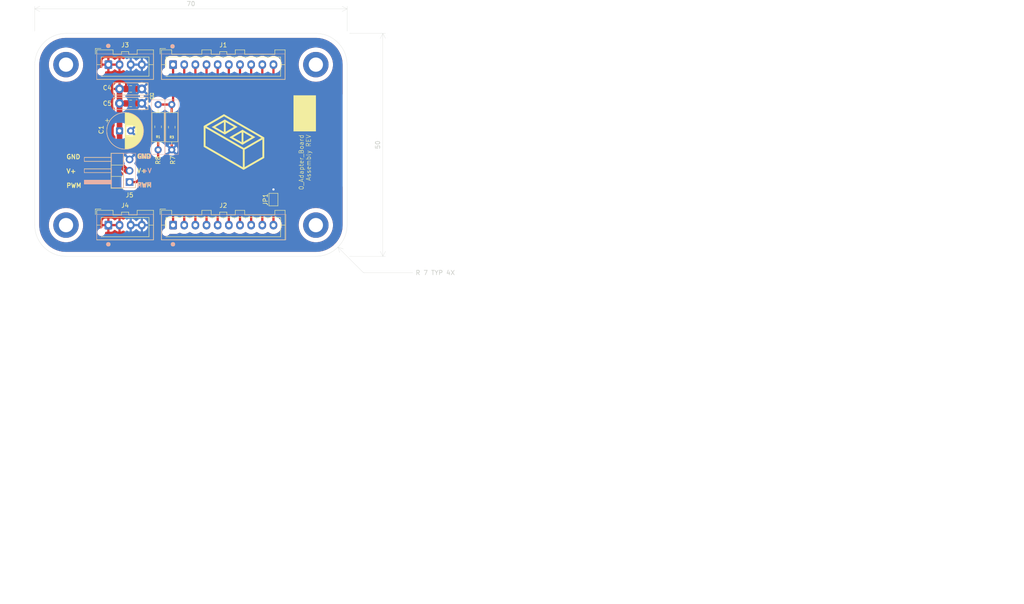
<source format=kicad_pcb>
(kicad_pcb (version 20241229) (generator "pcbnew") (generator_version "9.0")
  (title_block (title "Distribution Layer Adapter Board PCBA") (date "2025-12-24") (rev "0.1") (company "  basically"))
  (layers (0 "F.Cu" signal) (2 "B.Cu" signal) (13 "F.Paste" user) (15 "B.Paste" user) (5 "F.SilkS" user "F.Silkscreen") (7 "B.SilkS" user "B.Silkscreen") (1 "F.Mask" user) (3 "B.Mask" user) (25 "Edge.Cuts" user))
  (net 0 "")
  (net 1 "Net-(J1-Pin_7)")
  (net 2 "Net-(J1-Pin_6)")
  (net 3 "Net-(J1-Pin_10)")
  (net 4 "Net-(J1-Pin_8)")
  (net 5 "Net-(J1-Pin_4)")
  (net 6 "Net-(J1-Pin_2)")
  (net 7 "/PWM_Signal")
  (net 8 "Net-(J1-Pin_5)")
  (net 9 "Net-(J1-Pin_9)")
  (net 10 "Net-(J1-Pin_3)")
  (net 11 "Net-(J2-Pin_10)")
  (net 12 "+5V")
  (net 13 "GND")
  (net 14 "/Pin1_J5")
  (footprint "MountingHole:MountingHole_3.2mm_M3_ISO7380_Pad" (layer "F.Cu") (at 67 93)
    (property "Reference" "M1" (hide yes))
    (property "Value" "MountingHole_3.2mm_M3_ISO7380_Pad")
    (pad "1" thru_hole circle (at 0 0) (size 5.7 5.7) (drill 3.2) (layers "*.Cu" "*.Mask"))
  )
  (footprint "Connector_JST:JST_XA_B04B-XASK-1-A_1x04_P2.50mm_Vertical" (layer "F.Cu") (at 76.5 93)
    (property "Reference" "J4" (at 3.75 -4.4 0) (layer "F.SilkS"))
    (property "Value" "Conn_01x04")
    (fp_line (start -2.91 -3.61) (end -2.91 -2.36) (stroke (width 0.12)) (layer "F.SilkS"))
    (fp_line (start -2.61 -3.31) (end -2.61 3.31) (stroke (width 0.12)) (layer "F.SilkS"))
    (fp_line (start -2.61 0) (end -1.6 0) (stroke (width 0.12)) (layer "F.SilkS"))
    (fp_line (start -2.61 3.31) (end 10.11 3.31) (stroke (width 0.12)) (layer "F.SilkS"))
    (fp_line (start -1.66 -3.61) (end -2.91 -3.61) (stroke (width 0.12)) (layer "F.SilkS"))
    (fp_line (start -1.6 -1.7) (end 9.1 -1.7) (stroke (width 0.12)) (layer "F.SilkS"))
    (fp_line (start -1.6 0.6) (end -1.6 -1.7) (stroke (width 0.12)) (layer "F.SilkS"))
    (fp_line (start 1.05 -3.31) (end -2.61 -3.31) (stroke (width 0.12)) (layer "F.SilkS"))
    (fp_line (start 1.05 -2.31) (end 1.05 -3.31) (stroke (width 0.12)) (layer "F.SilkS"))
    (fp_line (start 2.95 -2.91) (end 2.95 -2.31) (stroke (width 0.12)) (layer "F.SilkS"))
    (fp_line (start 2.95 -2.31) (end 1.05 -2.31) (stroke (width 0.12)) (layer "F.SilkS"))
    (fp_line (start 4.55 -2.91) (end 2.95 -2.91) (stroke (width 0.12)) (layer "F.SilkS"))
    (fp_line (start 4.55 -2.31) (end 4.55 -2.91) (stroke (width 0.12)) (layer "F.SilkS"))
    (fp_line (start 6.45 -3.31) (end 6.45 -2.31) (stroke (width 0.12)) (layer "F.SilkS"))
    (fp_line (start 6.45 -2.31) (end 4.55 -2.31) (stroke (width 0.12)) (layer "F.SilkS"))
    (fp_line (start 9.1 -1.7) (end 9.1 2.6) (stroke (width 0.12)) (layer "F.SilkS"))
    (fp_line (start 9.1 2.6) (end -1.6 2.6) (stroke (width 0.12)) (layer "F.SilkS"))
    (fp_line (start 10.11 -3.31) (end 6.45 -3.31) (stroke (width 0.12)) (layer "F.SilkS"))
    (fp_line (start 10.11 0) (end 9.1 0) (stroke (width 0.12)) (layer "F.SilkS"))
    (fp_line (start 10.11 3.31) (end 10.11 -3.31) (stroke (width 0.12)) (layer "F.SilkS"))
    (pad "" np_thru_hole circle (at -1.6 1.6) (size 1.25 1.25) (drill 1.25) (layers "*.Cu" "*.Mask"))
    (pad "1" thru_hole roundrect (at 0 0) (size 1.7 1.95) (drill 0.95) (layers "*.Cu" "*.Mask") (roundrect_rratio 0.147059) (net 12 "+5V"))
    (pad "2" thru_hole oval (at 2.5 0) (size 1.7 1.95) (drill 0.95) (layers "*.Cu" "*.Mask") (net 12 "+5V"))
    (pad "3" thru_hole oval (at 5 0) (size 1.7 1.95) (drill 0.95) (layers "*.Cu" "*.Mask") (net 13 "GND"))
    (pad "4" thru_hole oval (at 7.5 0) (size 1.7 1.95) (drill 0.95) (layers "*.Cu" "*.Mask") (net 13 "GND"))
  )
  (footprint "Resistor_SMD:R_0805_2012Metric_Pad1.20x1.40mm_HandSolder" (layer "F.Cu") (at 90.7 71.03 -90)
    (property "Reference" "R3" (at 2.25 0 0) (layer "F.SilkS") (effects (font (size 0.5 0.5))))
    (property "Value" "10k")
    (fp_line (start -0.227064 0.735) (end 0.227064 0.735) (stroke (width 0.12)) (layer "F.SilkS"))
    (fp_line (start -0.227064 -0.735) (end 0.227064 -0.735) (stroke (width 0.12)) (layer "F.SilkS"))
    (pad "1" smd roundrect (at -1 0 270) (size 1.2 1.4) (layers "F.Cu" "F.Mask" "F.Paste") (roundrect_rratio 0.208333) (net 7 "/PWM_Signal"))
    (pad "2" smd roundrect (at 1 0 270) (size 1.2 1.4) (layers "F.Cu" "F.Mask" "F.Paste") (roundrect_rratio 0.208333) (net 13 "GND"))
  )
  (footprint "Capacitor_THT:C_Disc_D7.5mm_W2.5mm_P5.00mm" (layer "F.Cu") (at 79 62.45)
    (property "Reference" "C4" (at -2.75 -0.25 0) (layer "F.SilkS"))
    (property "Value" "0.1uF")
    (fp_line (start -1.37 -1.37) (end 6.37 -1.37) (stroke (width 0.12)) (layer "F.SilkS"))
    (fp_line (start -1.37 1.37) (end -1.37 -1.37) (stroke (width 0.12)) (layer "F.SilkS"))
    (fp_line (start 6.37 -1.37) (end 6.37 1.37) (stroke (width 0.12)) (layer "F.SilkS"))
    (fp_line (start 6.37 1.37) (end -1.37 1.37) (stroke (width 0.12)) (layer "F.SilkS"))
    (pad "1" thru_hole circle (at 0 0) (size 2 2) (drill 1) (layers "*.Cu" "*.Mask") (net 12 "+5V"))
    (pad "2" thru_hole circle (at 5 0) (size 2 2) (drill 1) (layers "*.Cu" "*.Mask") (net 13 "GND"))
  )
  (footprint "MountingHole:MountingHole_3.2mm_M3_ISO7380_Pad" (layer "F.Cu") (at 67 57)
    (property "Reference" "M1" (hide yes))
    (property "Value" "MountingHole_3.2mm_M3_ISO7380_Pad")
    (pad "1" thru_hole circle (at 0 0) (size 5.7 5.7) (drill 3.2) (layers "*.Cu" "*.Mask"))
  )
  (footprint "Capacitor_THT:CP_Radial_D8.0mm_P2.50mm" (layer "F.Cu") (at 78.997349 71.85)
    (property "Reference" "C1" (at -4.097349 -0.25 90) (layer "F.SilkS"))
    (property "Value" "Filter Cap")
    (fp_line (start -3.159698 -2.315) (end -2.359698 -2.315) (stroke (width 0.12)) (layer "F.SilkS"))
    (fp_line (start -2.759698 -2.715) (end -2.759698 -1.915) (stroke (width 0.12)) (layer "F.SilkS"))
    (fp_line (start 1.25 -4.08) (end 1.25 4.08) (stroke (width 0.12)) (layer "F.SilkS"))
    (fp_line (start 1.29 -4.08) (end 1.29 4.08) (stroke (width 0.12)) (layer "F.SilkS"))
    (fp_line (start 1.33 -4.079) (end 1.33 4.079) (stroke (width 0.12)) (layer "F.SilkS"))
    (fp_line (start 1.37 -4.078) (end 1.37 4.078) (stroke (width 0.12)) (layer "F.SilkS"))
    (fp_line (start 1.41 -4.077) (end 1.41 4.077) (stroke (width 0.12)) (layer "F.SilkS"))
    (fp_line (start 1.45 -4.075) (end 1.45 4.075) (stroke (width 0.12)) (layer "F.SilkS"))
    (fp_line (start 1.49 -4.073) (end 1.49 -1.04) (stroke (width 0.12)) (layer "F.SilkS"))
    (fp_line (start 1.49 1.04) (end 1.49 4.073) (stroke (width 0.12)) (layer "F.SilkS"))
    (fp_line (start 1.53 -4.07) (end 1.53 -1.04) (stroke (width 0.12)) (layer "F.SilkS"))
    (fp_line (start 1.53 1.04) (end 1.53 4.07) (stroke (width 0.12)) (layer "F.SilkS"))
    (fp_line (start 1.57 -4.068) (end 1.57 -1.04) (stroke (width 0.12)) (layer "F.SilkS"))
    (fp_line (start 1.57 1.04) (end 1.57 4.068) (stroke (width 0.12)) (layer "F.SilkS"))
    (fp_line (start 1.61 -4.064) (end 1.61 -1.04) (stroke (width 0.12)) (layer "F.SilkS"))
    (fp_line (start 1.61 1.04) (end 1.61 4.064) (stroke (width 0.12)) (layer "F.SilkS"))
    (fp_line (start 1.65 -4.061) (end 1.65 -1.04) (stroke (width 0.12)) (layer "F.SilkS"))
    (fp_line (start 1.65 1.04) (end 1.65 4.061) (stroke (width 0.12)) (layer "F.SilkS"))
    (fp_line (start 1.69 -4.056) (end 1.69 -1.04) (stroke (width 0.12)) (layer "F.SilkS"))
    (fp_line (start 1.69 1.04) (end 1.69 4.056) (stroke (width 0.12)) (layer "F.SilkS"))
    (fp_line (start 1.73 -4.052) (end 1.73 -1.04) (stroke (width 0.12)) (layer "F.SilkS"))
    (fp_line (start 1.73 1.04) (end 1.73 4.052) (stroke (width 0.12)) (layer "F.SilkS"))
    (fp_line (start 1.77 -4.047) (end 1.77 -1.04) (stroke (width 0.12)) (layer "F.SilkS"))
    (fp_line (start 1.77 1.04) (end 1.77 4.047) (stroke (width 0.12)) (layer "F.SilkS"))
    (fp_line (start 1.81 -4.042) (end 1.81 -1.04) (stroke (width 0.12)) (layer "F.SilkS"))
    (fp_line (start 1.81 1.04) (end 1.81 4.042) (stroke (width 0.12)) (layer "F.SilkS"))
    (fp_line (start 1.85 -4.036) (end 1.85 -1.04) (stroke (width 0.12)) (layer "F.SilkS"))
    (fp_line (start 1.85 1.04) (end 1.85 4.036) (stroke (width 0.12)) (layer "F.SilkS"))
    (fp_line (start 1.89 -4.03) (end 1.89 -1.04) (stroke (width 0.12)) (layer "F.SilkS"))
    (fp_line (start 1.89 1.04) (end 1.89 4.03) (stroke (width 0.12)) (layer "F.SilkS"))
    (fp_line (start 1.93 -4.023) (end 1.93 -1.04) (stroke (width 0.12)) (layer "F.SilkS"))
    (fp_line (start 1.93 1.04) (end 1.93 4.023) (stroke (width 0.12)) (layer "F.SilkS"))
    (fp_line (start 1.97 -4.017) (end 1.97 -1.04) (stroke (width 0.12)) (layer "F.SilkS"))
    (fp_line (start 1.97 1.04) (end 1.97 4.017) (stroke (width 0.12)) (layer "F.SilkS"))
    (fp_line (start 2.01 -4.009) (end 2.01 -1.04) (stroke (width 0.12)) (layer "F.SilkS"))
    (fp_line (start 2.01 1.04) (end 2.01 4.009) (stroke (width 0.12)) (layer "F.SilkS"))
    (fp_line (start 2.05 -4.002) (end 2.05 -1.04) (stroke (width 0.12)) (layer "F.SilkS"))
    (fp_line (start 2.05 1.04) (end 2.05 4.002) (stroke (width 0.12)) (layer "F.SilkS"))
    (fp_line (start 2.09 -3.993) (end 2.09 -1.04) (stroke (width 0.12)) (layer "F.SilkS"))
    (fp_line (start 2.09 1.04) (end 2.09 3.993) (stroke (width 0.12)) (layer "F.SilkS"))
    (fp_line (start 2.13 -3.985) (end 2.13 -1.04) (stroke (width 0.12)) (layer "F.SilkS"))
    (fp_line (start 2.13 1.04) (end 2.13 3.985) (stroke (width 0.12)) (layer "F.SilkS"))
    (fp_line (start 2.17 -3.976) (end 2.17 -1.04) (stroke (width 0.12)) (layer "F.SilkS"))
    (fp_line (start 2.17 1.04) (end 2.17 3.976) (stroke (width 0.12)) (layer "F.SilkS"))
    (fp_line (start 2.21 -3.967) (end 2.21 -1.04) (stroke (width 0.12)) (layer "F.SilkS"))
    (fp_line (start 2.21 1.04) (end 2.21 3.967) (stroke (width 0.12)) (layer "F.SilkS"))
    (fp_line (start 2.25 -3.957) (end 2.25 -1.04) (stroke (width 0.12)) (layer "F.SilkS"))
    (fp_line (start 2.25 1.04) (end 2.25 3.957) (stroke (width 0.12)) (layer "F.SilkS"))
    (fp_line (start 2.29 -3.947) (end 2.29 -1.04) (stroke (width 0.12)) (layer "F.SilkS"))
    (fp_line (start 2.29 1.04) (end 2.29 3.947) (stroke (width 0.12)) (layer "F.SilkS"))
    (fp_line (start 2.33 -3.936) (end 2.33 -1.04) (stroke (width 0.12)) (layer "F.SilkS"))
    (fp_line (start 2.33 1.04) (end 2.33 3.936) (stroke (width 0.12)) (layer "F.SilkS"))
    (fp_line (start 2.37 -3.925) (end 2.37 -1.04) (stroke (width 0.12)) (layer "F.SilkS"))
    (fp_line (start 2.37 1.04) (end 2.37 3.925) (stroke (width 0.12)) (layer "F.SilkS"))
    (fp_line (start 2.41 -3.913) (end 2.41 -1.04) (stroke (width 0.12)) (layer "F.SilkS"))
    (fp_line (start 2.41 1.04) (end 2.41 3.913) (stroke (width 0.12)) (layer "F.SilkS"))
    (fp_line (start 2.45 -3.901) (end 2.45 -1.04) (stroke (width 0.12)) (layer "F.SilkS"))
    (fp_line (start 2.45 1.04) (end 2.45 3.901) (stroke (width 0.12)) (layer "F.SilkS"))
    (fp_line (start 2.49 -3.889) (end 2.49 -1.04) (stroke (width 0.12)) (layer "F.SilkS"))
    (fp_line (start 2.49 1.04) (end 2.49 3.889) (stroke (width 0.12)) (layer "F.SilkS"))
    (fp_line (start 2.53 -3.876) (end 2.53 -1.04) (stroke (width 0.12)) (layer "F.SilkS"))
    (fp_line (start 2.53 1.04) (end 2.53 3.876) (stroke (width 0.12)) (layer "F.SilkS"))
    (fp_line (start 2.57 -3.863) (end 2.57 -1.04) (stroke (width 0.12)) (layer "F.SilkS"))
    (fp_line (start 2.57 1.04) (end 2.57 3.863) (stroke (width 0.12)) (layer "F.SilkS"))
    (fp_line (start 2.61 -3.849) (end 2.61 -1.04) (stroke (width 0.12)) (layer "F.SilkS"))
    (fp_line (start 2.61 1.04) (end 2.61 3.849) (stroke (width 0.12)) (layer "F.SilkS"))
    (fp_line (start 2.65 -3.835) (end 2.65 -1.04) (stroke (width 0.12)) (layer "F.SilkS"))
    (fp_line (start 2.65 1.04) (end 2.65 3.835) (stroke (width 0.12)) (layer "F.SilkS"))
    (fp_line (start 2.69 -3.82) (end 2.69 -1.04) (stroke (width 0.12)) (layer "F.SilkS"))
    (fp_line (start 2.69 1.04) (end 2.69 3.82) (stroke (width 0.12)) (layer "F.SilkS"))
    (fp_line (start 2.73 -3.805) (end 2.73 -1.04) (stroke (width 0.12)) (layer "F.SilkS"))
    (fp_line (start 2.73 1.04) (end 2.73 3.805) (stroke (width 0.12)) (layer "F.SilkS"))
    (fp_line (start 2.77 -3.789) (end 2.77 -1.04) (stroke (width 0.12)) (layer "F.SilkS"))
    (fp_line (start 2.77 1.04) (end 2.77 3.789) (stroke (width 0.12)) (layer "F.SilkS"))
    (fp_line (start 2.81 -3.773) (end 2.81 -1.04) (stroke (width 0.12)) (layer "F.SilkS"))
    (fp_line (start 2.81 1.04) (end 2.81 3.773) (stroke (width 0.12)) (layer "F.SilkS"))
    (fp_line (start 2.85 -3.757) (end 2.85 -1.04) (stroke (width 0.12)) (layer "F.SilkS"))
    (fp_line (start 2.85 1.04) (end 2.85 3.757) (stroke (width 0.12)) (layer "F.SilkS"))
    (fp_line (start 2.89 -3.74) (end 2.89 -1.04) (stroke (width 0.12)) (layer "F.SilkS"))
    (fp_line (start 2.89 1.04) (end 2.89 3.74) (stroke (width 0.12)) (layer "F.SilkS"))
    (fp_line (start 2.93 -3.722) (end 2.93 -1.04) (stroke (width 0.12)) (layer "F.SilkS"))
    (fp_line (start 2.93 1.04) (end 2.93 3.722) (stroke (width 0.12)) (layer "F.SilkS"))
    (fp_line (start 2.97 -3.704) (end 2.97 -1.04) (stroke (width 0.12)) (layer "F.SilkS"))
    (fp_line (start 2.97 1.04) (end 2.97 3.704) (stroke (width 0.12)) (layer "F.SilkS"))
    (fp_line (start 3.01 -3.685) (end 3.01 -1.04) (stroke (width 0.12)) (layer "F.SilkS"))
    (fp_line (start 3.01 1.04) (end 3.01 3.685) (stroke (width 0.12)) (layer "F.SilkS"))
    (fp_line (start 3.05 -3.666) (end 3.05 -1.04) (stroke (width 0.12)) (layer "F.SilkS"))
    (fp_line (start 3.05 1.04) (end 3.05 3.666) (stroke (width 0.12)) (layer "F.SilkS"))
    (fp_line (start 3.09 -3.646) (end 3.09 -1.04) (stroke (width 0.12)) (layer "F.SilkS"))
    (fp_line (start 3.09 1.04) (end 3.09 3.646) (stroke (width 0.12)) (layer "F.SilkS"))
    (fp_line (start 3.13 -3.626) (end 3.13 -1.04) (stroke (width 0.12)) (layer "F.SilkS"))
    (fp_line (start 3.13 1.04) (end 3.13 3.626) (stroke (width 0.12)) (layer "F.SilkS"))
    (fp_line (start 3.17 -3.605) (end 3.17 -1.04) (stroke (width 0.12)) (layer "F.SilkS"))
    (fp_line (start 3.17 1.04) (end 3.17 3.605) (stroke (width 0.12)) (layer "F.SilkS"))
    (fp_line (start 3.21 -3.584) (end 3.21 -1.04) (stroke (width 0.12)) (layer "F.SilkS"))
    (fp_line (start 3.21 1.04) (end 3.21 3.584) (stroke (width 0.12)) (layer "F.SilkS"))
    (fp_line (start 3.25 -3.562) (end 3.25 -1.04) (stroke (width 0.12)) (layer "F.SilkS"))
    (fp_line (start 3.25 1.04) (end 3.25 3.562) (stroke (width 0.12)) (layer "F.SilkS"))
    (fp_line (start 3.29 -3.539) (end 3.29 -1.04) (stroke (width 0.12)) (layer "F.SilkS"))
    (fp_line (start 3.29 1.04) (end 3.29 3.539) (stroke (width 0.12)) (layer "F.SilkS"))
    (fp_line (start 3.33 -3.516) (end 3.33 -1.04) (stroke (width 0.12)) (layer "F.SilkS"))
    (fp_line (start 3.33 1.04) (end 3.33 3.516) (stroke (width 0.12)) (layer "F.SilkS"))
    (fp_line (start 3.37 -3.493) (end 3.37 -1.04) (stroke (width 0.12)) (layer "F.SilkS"))
    (fp_line (start 3.37 1.04) (end 3.37 3.493) (stroke (width 0.12)) (layer "F.SilkS"))
    (fp_line (start 3.41 -3.468) (end 3.41 -1.04) (stroke (width 0.12)) (layer "F.SilkS"))
    (fp_line (start 3.41 1.04) (end 3.41 3.468) (stroke (width 0.12)) (layer "F.SilkS"))
    (fp_line (start 3.45 -3.443) (end 3.45 -1.04) (stroke (width 0.12)) (layer "F.SilkS"))
    (fp_line (start 3.45 1.04) (end 3.45 3.443) (stroke (width 0.12)) (layer "F.SilkS"))
    (fp_line (start 3.49 -3.418) (end 3.49 -1.04) (stroke (width 0.12)) (layer "F.SilkS"))
    (fp_line (start 3.49 1.04) (end 3.49 3.418) (stroke (width 0.12)) (layer "F.SilkS"))
    (fp_line (start 3.53 -3.392) (end 3.53 -1.04) (stroke (width 0.12)) (layer "F.SilkS"))
    (fp_line (start 3.53 1.04) (end 3.53 3.392) (stroke (width 0.12)) (layer "F.SilkS"))
    (fp_line (start 3.57 -3.365) (end 3.57 3.365) (stroke (width 0.12)) (layer "F.SilkS"))
    (fp_line (start 3.61 -3.337) (end 3.61 3.337) (stroke (width 0.12)) (layer "F.SilkS"))
    (fp_line (start 3.65 -3.309) (end 3.65 3.309) (stroke (width 0.12)) (layer "F.SilkS"))
    (fp_line (start 3.69 -3.28) (end 3.69 3.28) (stroke (width 0.12)) (layer "F.SilkS"))
    (fp_line (start 3.73 -3.25) (end 3.73 3.25) (stroke (width 0.12)) (layer "F.SilkS"))
    (fp_line (start 3.77 -3.219) (end 3.77 3.219) (stroke (width 0.12)) (layer "F.SilkS"))
    (fp_line (start 3.81 -3.188) (end 3.81 3.188) (stroke (width 0.12)) (layer "F.SilkS"))
    (fp_line (start 3.85 -3.156) (end 3.85 3.156) (stroke (width 0.12)) (layer "F.SilkS"))
    (fp_line (start 3.89 -3.123) (end 3.89 3.123) (stroke (width 0.12)) (layer "F.SilkS"))
    (fp_line (start 3.93 -3.089) (end 3.93 3.089) (stroke (width 0.12)) (layer "F.SilkS"))
    (fp_line (start 3.97 -3.055) (end 3.97 3.055) (stroke (width 0.12)) (layer "F.SilkS"))
    (fp_line (start 4.01 -3.019) (end 4.01 3.019) (stroke (width 0.12)) (layer "F.SilkS"))
    (fp_line (start 4.05 -2.982) (end 4.05 2.982) (stroke (width 0.12)) (layer "F.SilkS"))
    (fp_line (start 4.09 -2.945) (end 4.09 2.945) (stroke (width 0.12)) (layer "F.SilkS"))
    (fp_line (start 4.13 -2.906) (end 4.13 2.906) (stroke (width 0.12)) (layer "F.SilkS"))
    (fp_line (start 4.17 -2.867) (end 4.17 2.867) (stroke (width 0.12)) (layer "F.SilkS"))
    (fp_line (start 4.21 -2.826) (end 4.21 2.826) (stroke (width 0.12)) (layer "F.SilkS"))
    (fp_line (start 4.25 -2.784) (end 4.25 2.784) (stroke (width 0.12)) (layer "F.SilkS"))
    (fp_line (start 4.29 -2.741) (end 4.29 2.741) (stroke (width 0.12)) (layer "F.SilkS"))
    (fp_line (start 4.33 -2.696) (end 4.33 2.696) (stroke (width 0.12)) (layer "F.SilkS"))
    (fp_line (start 4.37 -2.651) (end 4.37 2.651) (stroke (width 0.12)) (layer "F.SilkS"))
    (fp_line (start 4.41 -2.604) (end 4.41 2.604) (stroke (width 0.12)) (layer "F.SilkS"))
    (fp_line (start 4.45 -2.555) (end 4.45 2.555) (stroke (width 0.12)) (layer "F.SilkS"))
    (fp_line (start 4.49 -2.505) (end 4.49 2.505) (stroke (width 0.12)) (layer "F.SilkS"))
    (fp_line (start 4.53 -2.453) (end 4.53 2.453) (stroke (width 0.12)) (layer "F.SilkS"))
    (fp_line (start 4.57 -2.4) (end 4.57 2.4) (stroke (width 0.12)) (layer "F.SilkS"))
    (fp_line (start 4.61 -2.344) (end 4.61 2.344) (stroke (width 0.12)) (layer "F.SilkS"))
    (fp_line (start 4.65 -2.287) (end 4.65 2.287) (stroke (width 0.12)) (layer "F.SilkS"))
    (fp_line (start 4.69 -2.227) (end 4.69 2.227) (stroke (width 0.12)) (layer "F.SilkS"))
    (fp_line (start 4.73 -2.165) (end 4.73 2.165) (stroke (width 0.12)) (layer "F.SilkS"))
    (fp_line (start 4.77 -2.101) (end 4.77 2.101) (stroke (width 0.12)) (layer "F.SilkS"))
    (fp_line (start 4.81 -2.034) (end 4.81 2.034) (stroke (width 0.12)) (layer "F.SilkS"))
    (fp_line (start 4.85 -1.964) (end 4.85 1.964) (stroke (width 0.12)) (layer "F.SilkS"))
    (fp_line (start 4.89 -1.89) (end 4.89 1.89) (stroke (width 0.12)) (layer "F.SilkS"))
    (fp_line (start 4.93 -1.813) (end 4.93 1.813) (stroke (width 0.12)) (layer "F.SilkS"))
    (fp_line (start 4.97 -1.731) (end 4.97 1.731) (stroke (width 0.12)) (layer "F.SilkS"))
    (fp_line (start 5.01 -1.644) (end 5.01 1.644) (stroke (width 0.12)) (layer "F.SilkS"))
    (fp_line (start 5.05 -1.552) (end 5.05 1.552) (stroke (width 0.12)) (layer "F.SilkS"))
    (fp_line (start 5.09 -1.453) (end 5.09 1.453) (stroke (width 0.12)) (layer "F.SilkS"))
    (fp_line (start 5.13 -1.346) (end 5.13 1.346) (stroke (width 0.12)) (layer "F.SilkS"))
    (fp_line (start 5.17 -1.228) (end 5.17 1.228) (stroke (width 0.12)) (layer "F.SilkS"))
    (fp_line (start 5.21 -1.097) (end 5.21 1.097) (stroke (width 0.12)) (layer "F.SilkS"))
    (fp_line (start 5.25 -0.947) (end 5.25 0.947) (stroke (width 0.12)) (layer "F.SilkS"))
    (fp_line (start 5.29 -0.768) (end 5.29 0.768) (stroke (width 0.12)) (layer "F.SilkS"))
    (fp_line (start 5.33 -0.533) (end 5.33 0.533) (stroke (width 0.12)) (layer "F.SilkS"))
    (fp_circle (center 1.25 0) (end 5.37 0) (stroke (width 0.12)) (fill no) (layer "F.SilkS"))
    (pad "1" thru_hole roundrect (at 0 0) (size 1.6 1.6) (drill 0.8) (layers "*.Cu" "*.Mask") (roundrect_rratio 0.15625) (net 12 "+5V"))
    (pad "2" thru_hole circle (at 2.5 0) (size 1.6 1.6) (drill 0.8) (layers "*.Cu" "*.Mask") (net 13 "GND"))
  )
  (footprint "Capacitor_SMD:C_0805_2012Metric_Pad1.18x1.45mm_HandSolder" (layer "F.Cu") (at 81.5 62.45)
    (property "Reference" "C3" (at 4.75 1.25 180) (layer "F.SilkS") (effects (font (size 0.5 0.5))))
    (property "Value" "0.1uF")
    (fp_line (start -0.261252 -0.735) (end 0.261252 -0.735) (stroke (width 0.12)) (layer "F.SilkS"))
    (fp_line (start -0.261252 0.735) (end 0.261252 0.735) (stroke (width 0.12)) (layer "F.SilkS"))
    (pad "1" smd roundrect (at -1.0375 0) (size 1.175 1.45) (layers "F.Cu" "F.Mask" "F.Paste") (roundrect_rratio 0.212766) (net 12 "+5V"))
    (pad "2" smd roundrect (at 1.0375 0) (size 1.175 1.45) (layers "F.Cu" "F.Mask" "F.Paste") (roundrect_rratio 0.212766) (net 13 "GND"))
  )
  (footprint "Resistor_THT:R_Axial_DIN0207_L6.3mm_D2.5mm_P10.16mm_Horizontal" (layer "F.Cu") (at 87.65 76.11 90)
    (property "Reference" "R8" (at -2.34 0 90) (layer "F.SilkS"))
    (property "Value" "0")
    (fp_line (start 9.12 0) (end 8.35 0) (stroke (width 0.12)) (layer "F.SilkS"))
    (fp_line (start 1.04 0) (end 1.81 0) (stroke (width 0.12)) (layer "F.SilkS"))
    (fp_rect (start 1.81 -1.37) (end 8.35 1.37) (stroke (width 0.12)) (fill no) (layer "F.SilkS"))
    (pad "1" thru_hole circle (at 0 0 90) (size 1.6 1.6) (drill 0.8) (layers "*.Cu" "*.Mask") (net 14 "/Pin1_J5"))
    (pad "2" thru_hole circle (at 10.16 0 90) (size 1.6 1.6) (drill 0.8) (layers "*.Cu" "*.Mask") (net 7 "/PWM_Signal"))
  )
  (footprint "Connector_JST:JST_XA_B04B-XASK-1-A_1x04_P2.50mm_Vertical" (layer "F.Cu") (at 76.5 57)
    (property "Reference" "J3" (at 3.75 -4.4 0) (layer "F.SilkS"))
    (property "Value" "Conn_01x04")
    (fp_line (start -2.91 -3.61) (end -2.91 -2.36) (stroke (width 0.12)) (layer "F.SilkS"))
    (fp_line (start -2.61 -3.31) (end -2.61 3.31) (stroke (width 0.12)) (layer "F.SilkS"))
    (fp_line (start -2.61 0) (end -1.6 0) (stroke (width 0.12)) (layer "F.SilkS"))
    (fp_line (start -2.61 3.31) (end 10.11 3.31) (stroke (width 0.12)) (layer "F.SilkS"))
    (fp_line (start -1.66 -3.61) (end -2.91 -3.61) (stroke (width 0.12)) (layer "F.SilkS"))
    (fp_line (start -1.6 -1.7) (end 9.1 -1.7) (stroke (width 0.12)) (layer "F.SilkS"))
    (fp_line (start -1.6 0.6) (end -1.6 -1.7) (stroke (width 0.12)) (layer "F.SilkS"))
    (fp_line (start 1.05 -3.31) (end -2.61 -3.31) (stroke (width 0.12)) (layer "F.SilkS"))
    (fp_line (start 1.05 -2.31) (end 1.05 -3.31) (stroke (width 0.12)) (layer "F.SilkS"))
    (fp_line (start 2.95 -2.91) (end 2.95 -2.31) (stroke (width 0.12)) (layer "F.SilkS"))
    (fp_line (start 2.95 -2.31) (end 1.05 -2.31) (stroke (width 0.12)) (layer "F.SilkS"))
    (fp_line (start 4.55 -2.91) (end 2.95 -2.91) (stroke (width 0.12)) (layer "F.SilkS"))
    (fp_line (start 4.55 -2.31) (end 4.55 -2.91) (stroke (width 0.12)) (layer "F.SilkS"))
    (fp_line (start 6.45 -3.31) (end 6.45 -2.31) (stroke (width 0.12)) (layer "F.SilkS"))
    (fp_line (start 6.45 -2.31) (end 4.55 -2.31) (stroke (width 0.12)) (layer "F.SilkS"))
    (fp_line (start 9.1 -1.7) (end 9.1 2.6) (stroke (width 0.12)) (layer "F.SilkS"))
    (fp_line (start 9.1 2.6) (end -1.6 2.6) (stroke (width 0.12)) (layer "F.SilkS"))
    (fp_line (start 10.11 -3.31) (end 6.45 -3.31) (stroke (width 0.12)) (layer "F.SilkS"))
    (fp_line (start 10.11 0) (end 9.1 0) (stroke (width 0.12)) (layer "F.SilkS"))
    (fp_line (start 10.11 3.31) (end 10.11 -3.31) (stroke (width 0.12)) (layer "F.SilkS"))
    (pad "" np_thru_hole circle (at -1.6 1.6) (size 1.25 1.25) (drill 1.25) (layers "*.Cu" "*.Mask"))
    (pad "1" thru_hole roundrect (at 0 0) (size 1.7 1.95) (drill 0.95) (layers "*.Cu" "*.Mask") (roundrect_rratio 0.147059) (net 12 "+5V"))
    (pad "2" thru_hole oval (at 2.5 0) (size 1.7 1.95) (drill 0.95) (layers "*.Cu" "*.Mask") (net 12 "+5V"))
    (pad "3" thru_hole oval (at 5 0) (size 1.7 1.95) (drill 0.95) (layers "*.Cu" "*.Mask") (net 13 "GND"))
    (pad "4" thru_hole oval (at 7.5 0) (size 1.7 1.95) (drill 0.95) (layers "*.Cu" "*.Mask") (net 13 "GND"))
  )
  (footprint "MountingHole:MountingHole_3.2mm_M3_ISO7380_Pad" (layer "F.Cu") (at 123 57)
    (property "Reference" "M1" (hide yes))
    (property "Value" "MountingHole_3.2mm_M3_ISO7380_Pad")
    (pad "1" thru_hole circle (at 0 0) (size 5.7 5.7) (drill 3.2) (layers "*.Cu" "*.Mask"))
  )
  (footprint "Connector_JST:JST_XA_B10B-XASK-1-A_1x10_P2.50mm_Vertical" (layer "F.Cu") (at 91 93)
    (property "Reference" "J2" (at 11.25 -4.4 0) (layer "F.SilkS"))
    (property "Value" "Conn_01x10")
    (fp_line (start -2.91 -3.61) (end -2.91 -2.36) (stroke (width 0.12)) (layer "F.SilkS"))
    (fp_line (start -2.61 -3.31) (end -2.61 3.31) (stroke (width 0.12)) (layer "F.SilkS"))
    (fp_line (start -2.61 0) (end -1.6 0) (stroke (width 0.12)) (layer "F.SilkS"))
    (fp_line (start -2.61 3.31) (end 25.11 3.31) (stroke (width 0.12)) (layer "F.SilkS"))
    (fp_line (start -1.66 -3.61) (end -2.91 -3.61) (stroke (width 0.12)) (layer "F.SilkS"))
    (fp_line (start -1.6 -1.7) (end 24.1 -1.7) (stroke (width 0.12)) (layer "F.SilkS"))
    (fp_line (start -1.6 0.6) (end -1.6 -1.7) (stroke (width 0.12)) (layer "F.SilkS"))
    (fp_line (start -0.31 -3.31) (end -2.61 -3.31) (stroke (width 0.12)) (layer "F.SilkS"))
    (fp_line (start -0.31 -2.31) (end -0.31 -3.31) (stroke (width 0.12)) (layer "F.SilkS"))
    (fp_line (start 6.45 -3.31) (end 6.45 -2.31) (stroke (width 0.12)) (layer "F.SilkS"))
    (fp_line (start 6.45 -2.31) (end -0.31 -2.31) (stroke (width 0.12)) (layer "F.SilkS"))
    (fp_line (start 8.55 -3.31) (end 6.45 -3.31) (stroke (width 0.12)) (layer "F.SilkS"))
    (fp_line (start 8.55 -2.31) (end 8.55 -3.31) (stroke (width 0.12)) (layer "F.SilkS"))
    (fp_line (start 10.45 -2.91) (end 10.45 -2.31) (stroke (width 0.12)) (layer "F.SilkS"))
    (fp_line (start 10.45 -2.31) (end 8.55 -2.31) (stroke (width 0.12)) (layer "F.SilkS"))
    (fp_line (start 12.05 -2.91) (end 10.45 -2.91) (stroke (width 0.12)) (layer "F.SilkS"))
    (fp_line (start 12.05 -2.31) (end 12.05 -2.91) (stroke (width 0.12)) (layer "F.SilkS"))
    (fp_line (start 13.95 -3.31) (end 13.95 -2.31) (stroke (width 0.12)) (layer "F.SilkS"))
    (fp_line (start 13.95 -2.31) (end 12.05 -2.31) (stroke (width 0.12)) (layer "F.SilkS"))
    (fp_line (start 16.05 -3.31) (end 13.95 -3.31) (stroke (width 0.12)) (layer "F.SilkS"))
    (fp_line (start 16.05 -2.31) (end 16.05 -3.31) (stroke (width 0.12)) (layer "F.SilkS"))
    (fp_line (start 22.81 -3.31) (end 22.81 -2.31) (stroke (width 0.12)) (layer "F.SilkS"))
    (fp_line (start 22.81 -2.31) (end 16.05 -2.31) (stroke (width 0.12)) (layer "F.SilkS"))
    (fp_line (start 24.1 -1.7) (end 24.1 2.6) (stroke (width 0.12)) (layer "F.SilkS"))
    (fp_line (start 24.1 2.6) (end -1.6 2.6) (stroke (width 0.12)) (layer "F.SilkS"))
    (fp_line (start 25.11 -3.31) (end 22.81 -3.31) (stroke (width 0.12)) (layer "F.SilkS"))
    (fp_line (start 25.11 0) (end 24.1 0) (stroke (width 0.12)) (layer "F.SilkS"))
    (fp_line (start 25.11 3.31) (end 25.11 -3.31) (stroke (width 0.12)) (layer "F.SilkS"))
    (pad "" np_thru_hole circle (at -1.6 1.6) (size 1.25 1.25) (drill 1.25) (layers "*.Cu" "*.Mask"))
    (pad "1" thru_hole roundrect (at 0 0) (size 1.7 1.95) (drill 0.95) (layers "*.Cu" "*.Mask") (roundrect_rratio 0.147059) (net 6 "Net-(J1-Pin_2)"))
    (pad "2" thru_hole oval (at 2.5 0) (size 1.7 1.95) (drill 0.95) (layers "*.Cu" "*.Mask") (net 10 "Net-(J1-Pin_3)"))
    (pad "3" thru_hole oval (at 5 0) (size 1.7 1.95) (drill 0.95) (layers "*.Cu" "*.Mask") (net 5 "Net-(J1-Pin_4)"))
    (pad "4" thru_hole oval (at 7.5 0) (size 1.7 1.95) (drill 0.95) (layers "*.Cu" "*.Mask") (net 8 "Net-(J1-Pin_5)"))
    (pad "5" thru_hole oval (at 10 0) (size 1.7 1.95) (drill 0.95) (layers "*.Cu" "*.Mask") (net 2 "Net-(J1-Pin_6)"))
    (pad "6" thru_hole oval (at 12.5 0) (size 1.7 1.95) (drill 0.95) (layers "*.Cu" "*.Mask") (net 1 "Net-(J1-Pin_7)"))
    (pad "7" thru_hole oval (at 15 0) (size 1.7 1.95) (drill 0.95) (layers "*.Cu" "*.Mask") (net 4 "Net-(J1-Pin_8)"))
    (pad "8" thru_hole oval (at 17.5 0) (size 1.7 1.95) (drill 0.95) (layers "*.Cu" "*.Mask") (net 9 "Net-(J1-Pin_9)"))
    (pad "9" thru_hole oval (at 20 0) (size 1.7 1.95) (drill 0.95) (layers "*.Cu" "*.Mask") (net 3 "Net-(J1-Pin_10)"))
    (pad "10" thru_hole oval (at 22.5 0) (size 1.7 1.95) (drill 0.95) (layers "*.Cu" "*.Mask") (net 11 "Net-(J2-Pin_10)"))
  )
  (footprint "Capacitor_SMD:C_0805_2012Metric_Pad1.18x1.45mm_HandSolder" (layer "F.Cu") (at 81.5 65.7)
    (property "Reference" "C2" (at 4.75 -1.25 0) (layer "F.SilkS") (effects (font (size 0.5 0.5))))
    (property "Value" "1uF")
    (fp_line (start -0.261252 -0.735) (end 0.261252 -0.735) (stroke (width 0.12)) (layer "F.SilkS"))
    (fp_line (start -0.261252 0.735) (end 0.261252 0.735) (stroke (width 0.12)) (layer "F.SilkS"))
    (pad "1" smd roundrect (at -1.0375 0) (size 1.175 1.45) (layers "F.Cu" "F.Mask" "F.Paste") (roundrect_rratio 0.212766) (net 12 "+5V"))
    (pad "2" smd roundrect (at 1.0375 0) (size 1.175 1.45) (layers "F.Cu" "F.Mask" "F.Paste") (roundrect_rratio 0.212766) (net 13 "GND"))
  )
  (footprint "Connector_JST:JST_XA_B10B-XASK-1-A_1x10_P2.50mm_Vertical" (layer "F.Cu") (at 91 57)
    (property "Reference" "J1" (at 11.25 -4.4 0) (layer "F.SilkS"))
    (property "Value" "Conn_01x10")
    (fp_line (start -2.91 -3.61) (end -2.91 -2.36) (stroke (width 0.12)) (layer "F.SilkS"))
    (fp_line (start -2.61 -3.31) (end -2.61 3.31) (stroke (width 0.12)) (layer "F.SilkS"))
    (fp_line (start -2.61 0) (end -1.6 0) (stroke (width 0.12)) (layer "F.SilkS"))
    (fp_line (start -2.61 3.31) (end 25.11 3.31) (stroke (width 0.12)) (layer "F.SilkS"))
    (fp_line (start -1.66 -3.61) (end -2.91 -3.61) (stroke (width 0.12)) (layer "F.SilkS"))
    (fp_line (start -1.6 -1.7) (end 24.1 -1.7) (stroke (width 0.12)) (layer "F.SilkS"))
    (fp_line (start -1.6 0.6) (end -1.6 -1.7) (stroke (width 0.12)) (layer "F.SilkS"))
    (fp_line (start -0.31 -3.31) (end -2.61 -3.31) (stroke (width 0.12)) (layer "F.SilkS"))
    (fp_line (start -0.31 -2.31) (end -0.31 -3.31) (stroke (width 0.12)) (layer "F.SilkS"))
    (fp_line (start 6.45 -3.31) (end 6.45 -2.31) (stroke (width 0.12)) (layer "F.SilkS"))
    (fp_line (start 6.45 -2.31) (end -0.31 -2.31) (stroke (width 0.12)) (layer "F.SilkS"))
    (fp_line (start 8.55 -3.31) (end 6.45 -3.31) (stroke (width 0.12)) (layer "F.SilkS"))
    (fp_line (start 8.55 -2.31) (end 8.55 -3.31) (stroke (width 0.12)) (layer "F.SilkS"))
    (fp_line (start 10.45 -2.91) (end 10.45 -2.31) (stroke (width 0.12)) (layer "F.SilkS"))
    (fp_line (start 10.45 -2.31) (end 8.55 -2.31) (stroke (width 0.12)) (layer "F.SilkS"))
    (fp_line (start 12.05 -2.91) (end 10.45 -2.91) (stroke (width 0.12)) (layer "F.SilkS"))
    (fp_line (start 12.05 -2.31) (end 12.05 -2.91) (stroke (width 0.12)) (layer "F.SilkS"))
    (fp_line (start 13.95 -3.31) (end 13.95 -2.31) (stroke (width 0.12)) (layer "F.SilkS"))
    (fp_line (start 13.95 -2.31) (end 12.05 -2.31) (stroke (width 0.12)) (layer "F.SilkS"))
    (fp_line (start 16.05 -3.31) (end 13.95 -3.31) (stroke (width 0.12)) (layer "F.SilkS"))
    (fp_line (start 16.05 -2.31) (end 16.05 -3.31) (stroke (width 0.12)) (layer "F.SilkS"))
    (fp_line (start 22.81 -3.31) (end 22.81 -2.31) (stroke (width 0.12)) (layer "F.SilkS"))
    (fp_line (start 22.81 -2.31) (end 16.05 -2.31) (stroke (width 0.12)) (layer "F.SilkS"))
    (fp_line (start 24.1 -1.7) (end 24.1 2.6) (stroke (width 0.12)) (layer "F.SilkS"))
    (fp_line (start 24.1 2.6) (end -1.6 2.6) (stroke (width 0.12)) (layer "F.SilkS"))
    (fp_line (start 25.11 -3.31) (end 22.81 -3.31) (stroke (width 0.12)) (layer "F.SilkS"))
    (fp_line (start 25.11 0) (end 24.1 0) (stroke (width 0.12)) (layer "F.SilkS"))
    (fp_line (start 25.11 3.31) (end 25.11 -3.31) (stroke (width 0.12)) (layer "F.SilkS"))
    (pad "" np_thru_hole circle (at -1.6 1.6) (size 1.25 1.25) (drill 1.25) (layers "*.Cu" "*.Mask"))
    (pad "1" thru_hole roundrect (at 0 0) (size 1.7 1.95) (drill 0.95) (layers "*.Cu" "*.Mask") (roundrect_rratio 0.147059) (net 7 "/PWM_Signal"))
    (pad "2" thru_hole oval (at 2.5 0) (size 1.7 1.95) (drill 0.95) (layers "*.Cu" "*.Mask") (net 6 "Net-(J1-Pin_2)"))
    (pad "3" thru_hole oval (at 5 0) (size 1.7 1.95) (drill 0.95) (layers "*.Cu" "*.Mask") (net 10 "Net-(J1-Pin_3)"))
    (pad "4" thru_hole oval (at 7.5 0) (size 1.7 1.95) (drill 0.95) (layers "*.Cu" "*.Mask") (net 5 "Net-(J1-Pin_4)"))
    (pad "5" thru_hole oval (at 10 0) (size 1.7 1.95) (drill 0.95) (layers "*.Cu" "*.Mask") (net 8 "Net-(J1-Pin_5)"))
    (pad "6" thru_hole oval (at 12.5 0) (size 1.7 1.95) (drill 0.95) (layers "*.Cu" "*.Mask") (net 2 "Net-(J1-Pin_6)"))
    (pad "7" thru_hole oval (at 15 0) (size 1.7 1.95) (drill 0.95) (layers "*.Cu" "*.Mask") (net 1 "Net-(J1-Pin_7)"))
    (pad "8" thru_hole oval (at 17.5 0) (size 1.7 1.95) (drill 0.95) (layers "*.Cu" "*.Mask") (net 4 "Net-(J1-Pin_8)"))
    (pad "9" thru_hole oval (at 20 0) (size 1.7 1.95) (drill 0.95) (layers "*.Cu" "*.Mask") (net 9 "Net-(J1-Pin_9)"))
    (pad "10" thru_hole oval (at 22.5 0) (size 1.7 1.95) (drill 0.95) (layers "*.Cu" "*.Mask") (net 3 "Net-(J1-Pin_10)"))
  )
  (footprint "Connector_PinHeader_2.54mm:PinHeader_1x03_P2.54mm_Horizontal" (layer "F.Cu") (at 81.25 83.345 180)
    (property "Reference" "J5" (at 0 -2.92 0) (layer "F.SilkS"))
    (property "Value" "Conn_01x03")
    (fp_line (start 10.15 5.51) (end 4.15 5.51) (stroke (width 0.12)) (layer "F.SilkS"))
    (fp_line (start 10.15 4.65) (end 10.15 5.51) (stroke (width 0.12)) (layer "F.SilkS"))
    (fp_line (start 10.15 2.97) (end 4.15 2.97) (stroke (width 0.12)) (layer "F.SilkS"))
    (fp_line (start 10.15 2.11) (end 10.15 2.97) (stroke (width 0.12)) (layer "F.SilkS"))
    (fp_line (start 4.15 6.46) (end 4.15 -1.38) (stroke (width 0.12)) (layer "F.SilkS"))
    (fp_line (start 4.15 4.65) (end 10.15 4.65) (stroke (width 0.12)) (layer "F.SilkS"))
    (fp_line (start 4.15 2.11) (end 10.15 2.11) (stroke (width 0.12)) (layer "F.SilkS"))
    (fp_line (start 4.15 -1.38) (end 1.39 -1.38) (stroke (width 0.12)) (layer "F.SilkS"))
    (fp_line (start 1.39 6.46) (end 4.15 6.46) (stroke (width 0.12)) (layer "F.SilkS"))
    (fp_line (start 1.39 3.81) (end 4.15 3.81) (stroke (width 0.12)) (layer "F.SilkS"))
    (fp_line (start 1.39 1.27) (end 4.15 1.27) (stroke (width 0.12)) (layer "F.SilkS"))
    (fp_line (start 1.39 -1.38) (end 1.39 6.46) (stroke (width 0.12)) (layer "F.SilkS"))
    (fp_line (start 1.16 0.43) (end 1.39 0.43) (stroke (width 0.12)) (layer "F.SilkS"))
    (fp_line (start 1.16 -0.43) (end 1.39 -0.43) (stroke (width 0.12)) (layer "F.SilkS"))
    (fp_line (start 1.077358 5.51) (end 1.39 5.51) (stroke (width 0.12)) (layer "F.SilkS"))
    (fp_line (start 1.077358 4.65) (end 1.39 4.65) (stroke (width 0.12)) (layer "F.SilkS"))
    (fp_line (start 1.077358 2.97) (end 1.39 2.97) (stroke (width 0.12)) (layer "F.SilkS"))
    (fp_line (start 1.077358 2.11) (end 1.39 2.11) (stroke (width 0.12)) (layer "F.SilkS"))
    (fp_line (start -1.27 0) (end -1.27 -1.27) (stroke (width 0.12)) (layer "F.SilkS"))
    (fp_line (start -1.27 -1.27) (end 0 -1.27) (stroke (width 0.12)) (layer "F.SilkS"))
    (fp_rect (start 4.15 -0.43) (end 10.15 0.43) (stroke (width 0.12)) (fill yes) (layer "F.SilkS"))
    (pad "1" thru_hole rect (at 0 0 180) (size 1.7 1.7) (drill 1) (layers "*.Cu" "*.Mask") (net 14 "/Pin1_J5"))
    (pad "2" thru_hole circle (at 0 2.54 180) (size 1.7 1.7) (drill 1) (layers "*.Cu" "*.Mask") (net 12 "+5V"))
    (pad "3" thru_hole circle (at 0 5.08 180) (size 1.7 1.7) (drill 1) (layers "*.Cu" "*.Mask") (net 13 "GND"))
  )
  (footprint "Jumper:SolderJumper-2_P1.3mm_Open_TrianglePad1.0x1.5mm" (layer "F.Cu") (at 113.5 87.275 90)
    (property "Reference" "JP1" (at 0 -1.8 90) (layer "F.SilkS"))
    (property "Value" "SolderJumper_2_Bridged")
    (fp_line (start 1.4 -1) (end 1.4 1) (stroke (width 0.12)) (layer "F.SilkS"))
    (fp_line (start -1.4 -1) (end 1.4 -1) (stroke (width 0.12)) (layer "F.SilkS"))
    (fp_line (start 1.4 1) (end -1.4 1) (stroke (width 0.12)) (layer "F.SilkS"))
    (fp_line (start -1.4 1) (end -1.4 -1) (stroke (width 0.12)) (layer "F.SilkS"))
    (pad "1" smd custom (at -0.725 0 90) (size 0.3 0.3) (layers "F.Cu" "F.Mask") (net 11 "Net-(J2-Pin_10)") (options (clearance outline) (anchor rect)) (primitives (gr_poly (pts (xy 1 0) (xy 0.5 0.75) (xy -0.5 0.75) (xy -0.5 -0.75) (xy 0.5 -0.75)) (width 0) (fill yes))))
    (pad "2" smd custom (at 0.725 0 90) (size 0.3 0.3) (layers "F.Cu" "F.Mask") (net 13 "GND") (options (clearance outline) (anchor rect)) (primitives (gr_poly (pts (xy 0.5 0.75) (xy -0.65 0.75) (xy -0.15 0) (xy -0.65 -0.75) (xy 0.5 -0.75)) (width 0) (fill yes))))
  )
  (footprint "MountingHole:MountingHole_3.2mm_M3_ISO7380_Pad" (layer "F.Cu") (at 123 93)
    (property "Reference" "M1" (hide yes))
    (property "Value" "MountingHole_3.2mm_M3_ISO7380_Pad")
    (pad "1" thru_hole circle (at 0 0) (size 5.7 5.7) (drill 3.2) (layers "*.Cu" "*.Mask"))
  )
  (footprint "Resistor_SMD:R_0805_2012Metric_Pad1.20x1.40mm_HandSolder" (layer "F.Cu") (at 87.65 70.95 90)
    (property "Reference" "R1" (at -2.25 0 0) (layer "F.SilkS") (effects (font (size 0.5 0.5))))
    (property "Value" "0")
    (fp_line (start -0.227064 -0.735) (end 0.227064 -0.735) (stroke (width 0.12)) (layer "F.SilkS"))
    (fp_line (start -0.227064 0.735) (end 0.227064 0.735) (stroke (width 0.12)) (layer "F.SilkS"))
    (pad "1" smd roundrect (at -1 0 90) (size 1.2 1.4) (layers "F.Cu" "F.Mask" "F.Paste") (roundrect_rratio 0.208333) (net 14 "/Pin1_J5"))
    (pad "2" smd roundrect (at 1 0 90) (size 1.2 1.4) (layers "F.Cu" "F.Mask" "F.Paste") (roundrect_rratio 0.208333) (net 7 "/PWM_Signal"))
  )
  (footprint "Resistor_THT:R_Axial_DIN0207_L6.3mm_D2.5mm_P10.16mm_Horizontal" (layer "F.Cu") (at 90.7 65.95 -90)
    (property "Reference" "R7" (at 12.5 -0.25 90) (layer "F.SilkS"))
    (property "Value" "10k")
    (fp_line (start 1.04 0) (end 1.81 0) (stroke (width 0.12)) (layer "F.SilkS"))
    (fp_line (start 9.12 0) (end 8.35 0) (stroke (width 0.12)) (layer "F.SilkS"))
    (fp_rect (start 1.81 -1.37) (end 8.35 1.37) (stroke (width 0.12)) (fill no) (layer "F.SilkS"))
    (pad "1" thru_hole circle (at 0 0 270) (size 1.6 1.6) (drill 0.8) (layers "*.Cu" "*.Mask") (net 7 "/PWM_Signal"))
    (pad "2" thru_hole circle (at 10.16 0 270) (size 1.6 1.6) (drill 0.8) (layers "*.Cu" "*.Mask") (net 13 "GND"))
  )
  (footprint "Capacitor_THT:C_Disc_D7.5mm_W2.5mm_P5.00mm" (layer "F.Cu") (at 79 65.7)
    (property "Reference" "C5" (at -2.75 0 0) (layer "F.SilkS"))
    (property "Value" "1uF")
    (fp_line (start -1.37 -1.37) (end 6.37 -1.37) (stroke (width 0.12)) (layer "F.SilkS"))
    (fp_line (start -1.37 1.37) (end -1.37 -1.37) (stroke (width 0.12)) (layer "F.SilkS"))
    (fp_line (start 6.37 -1.37) (end 6.37 1.37) (stroke (width 0.12)) (layer "F.SilkS"))
    (fp_line (start 6.37 1.37) (end -1.37 1.37) (stroke (width 0.12)) (layer "F.SilkS"))
    (pad "1" thru_hole circle (at 0 0) (size 2 2) (drill 1) (layers "*.Cu" "*.Mask") (net 12 "+5V"))
    (pad "2" thru_hole circle (at 5 0) (size 2 2) (drill 1) (layers "*.Cu" "*.Mask") (net 13 "GND"))
  )
  (gr_poly (pts (xy 105.467364 70.966371) (xy 102.587904 72.679283) (xy 99.642668 71.004603) (xy 100.477985 71.004603) (xy 102.382191 72.104078) (xy 102.382191 69.905127) (xy 102.797321 69.905127) (xy 102.797321 72.040579) (xy 104.634192 70.968884) (xy 102.797321 69.905127) (xy 102.382191 69.905127) (xy 100.477985 71.004603) (xy 99.642668 71.004603) (xy 99.641504 71.003941) (xy 102.587507 69.303067)) (fill yes) (layer "F.SilkS"))
  (gr_poly (pts (xy 111.44073 73.334656) (xy 111.44073 77.932453) (xy 106.805362 80.606993) (xy 97.859271 75.447221) (xy 97.859271 75.2001) (xy 98.278106 75.2001) (xy 106.633912 80.024379) (xy 106.633912 76.075211) (xy 107.052614 76.075211) (xy 107.052614 79.982312) (xy 111.020306 77.691549) (xy 111.020306 73.784448) (xy 107.052614 76.075211) (xy 106.633912 76.075211) (xy 106.633912 76.045973) (xy 98.278106 71.221826) (xy 98.278106 75.2001) (xy 97.859271 75.2001) (xy 97.859271 70.86993) (xy 98.506177 70.86993) (xy 106.868598 75.697913) (xy 110.787341 73.435462) (xy 102.423598 68.606684) (xy 98.506177 70.86993) (xy 97.859271 70.86993) (xy 97.859271 70.762773) (xy 102.401108 68.110061)) (fill yes) (layer "F.SilkS"))
  (gr_circle (center 76.475736 52.8) (end 76.775736 53.1) (stroke (width 0.1)) (fill yes) (layer "F.SilkS"))
  (gr_circle (center 76.5 97.3) (end 76.8 97.6) (stroke (width 0.1)) (fill yes) (layer "F.SilkS"))
  (gr_poly (pts (xy 106.558241 71.599122) (xy 109.438099 73.262292) (xy 106.558771 74.975337) (xy 103.613168 73.300524) (xy 104.448718 73.300524) (xy 106.353057 74.4) (xy 106.353057 74.336632) (xy 106.768189 74.336632) (xy 108.604926 73.264805) (xy 106.768189 72.201181) (xy 106.768189 74.336632) (xy 106.353057 74.336632) (xy 106.353057 72.20118) (xy 104.448718 73.300524) (xy 103.613168 73.300524) (xy 103.612238 73.299995) (xy 106.558241 71.599121)) (fill yes) (layer "F.SilkS"))
  (gr_rect (start 118.0375 63.925) (end 122.9625 71.925) (stroke (width 0.1)) (fill yes) (layer "F.SilkS"))
  (gr_circle (center 90.875736 52.9) (end 91.175736 53.2) (stroke (width 0.1)) (fill yes) (layer "F.SilkS"))
  (gr_circle (center 90.975736 97.3) (end 91.275736 97.6) (stroke (width 0.1)) (fill yes) (layer "F.SilkS"))
  (gr_rect (start 71.1 80.4246) (end 77.2 81.2) (stroke (width 0.1)) (fill no) (layer "B.SilkS"))
  (gr_rect (start 77.2 76.9) (end 79.9 84.6) (stroke (width 0.1)) (fill no) (layer "B.SilkS"))
  (gr_circle (center 90.875736 52.9) (end 91.175736 53.2) (stroke (width 0.1)) (fill yes) (layer "B.SilkS"))
  (gr_rect (start 88.4 90.6) (end 116.3 96.3) (stroke (width 0.1)) (fill no) (layer "B.SilkS"))
  (gr_circle (center 90.975736 97.3) (end 91.275736 97.6) (stroke (width 0.1)) (fill yes) (layer "B.SilkS"))
  (gr_rect (start 89.2 64.9) (end 92.2 77.15) (stroke (width 0.1)) (fill no) (layer "B.SilkS"))
  (gr_rect (start 73.9 54.6) (end 86.6 60.3) (stroke (width 0.1)) (fill no) (layer "B.SilkS"))
  (gr_circle (center 76.475736 97.3) (end 76.775736 97.6) (stroke (width 0.1)) (fill yes) (layer "B.SilkS"))
  (gr_rect (start 71.1 82.9) (end 77.2 83.8) (stroke (width 0.1)) (fill yes) (layer "B.SilkS"))
  (gr_rect (start 77.625 64.325) (end 85.375 67.075) (stroke (width 0.1)) (fill no) (layer "B.SilkS"))
  (gr_circle (center 80.25 71.851219) (end 83.15 74.751219) (stroke (width 0.1)) (fill no) (layer "B.SilkS"))
  (gr_rect (start 88.4 54.6) (end 116.1 60.3) (stroke (width 0.1)) (fill no) (layer "B.SilkS"))
  (gr_rect (start 77.625 61.075) (end 85.375 63.825) (stroke (width 0.1)) (fill no) (layer "B.SilkS"))
  (gr_rect (start 86.15 64.9) (end 89.15 77.15) (stroke (width 0.1)) (fill no) (layer "B.SilkS"))
  (gr_rect (start 71.1 77.8) (end 77.2 78.7) (stroke (width 0.1)) (fill no) (layer "B.SilkS"))
  (gr_circle (center 76.475736 52.8) (end 76.775736 53.1) (stroke (width 0.1)) (fill yes) (layer "B.SilkS"))
  (gr_rect (start 79.9 76.9) (end 82.6 84.6) (stroke (width 0.1)) (fill no) (layer "B.SilkS"))
  (gr_rect (start 73.9 90.6) (end 86.6 96.3) (stroke (width 0.1)) (fill no) (layer "B.SilkS"))
  (gr_line (start 60 57) (end 60 93) (stroke (width 0.05)) (layer "Edge.Cuts"))
  (gr_arc (start 130 93) (mid 127.949747 97.949747) (end 123 100) (stroke (width 0.05)) (layer "Edge.Cuts"))
  (gr_arc (start 123.000002 49.999998) (mid 127.949749 52.050251) (end 130.000002 56.999998) (stroke (width 0.05)) (layer "Edge.Cuts"))
  (gr_arc (start 60 57) (mid 62.050253 52.050253) (end 67 50) (stroke (width 0.05)) (layer "Edge.Cuts"))
  (gr_line (start 67 50) (end 123 50) (stroke (width 0.05)) (layer "Edge.Cuts"))
  (gr_line (start 123 100) (end 67 100) (stroke (width 0.05)) (layer "Edge.Cuts"))
  (gr_line (start 130.000002 57) (end 130.000002 93) (stroke (width 0.05)) (layer "Edge.Cuts"))
  (gr_arc (start 67 100) (mid 62.050253 97.949747) (end 60 93) (stroke (width 0.05)) (layer "Edge.Cuts"))
  (gr_text "0_Adapter_Board\nPCB REV 0.1" (at 128.3 83.5 90) (layer "F.Cu") (effects (font (size 1.5 1.5) (thickness 0.3) (bold yes)) (justify left bottom)))
  (gr_text "0_Adapter_Board\nAssembly REV" (at 121.95 72.625 90) (layer "F.SilkS") (effects (font (size 1 1) (thickness 0.1)) (justify right bottom)))
  (gr_text "GND\n\nV+\n\nPWM" (at 67 80.9 0) (layer "F.SilkS") (effects (font (size 1 1) (thickness 0.2) (bold yes)) (justify left)))
  (gr_text "GND\n\nV+\n\nPWM" (at 82.8 80.8 0) (layer "F.SilkS") (effects (font (size 1 1) (thickness 0.2) (bold yes)) (justify left)))
  (gr_text "GND\n\nV+\n\nPWM" (at 86.3 80.8 0) (layer "B.SilkS") (effects (font (size 1 1) (thickness 0.2) (bold yes)) (justify left mirror)))
  (dimension (type radial) (layer "Edge.Cuts") (pts (xy 123 93) (xy 127.949747 97.949747)) (leader_length 8.104362) (format (prefix "R ") (suffix " TYP 4X") (units 3) (units_format 0) (precision 4) (suppress_zeroes yes)) (style (thickness 0.05) (arrow_length 1.27) (text_position_mode 0) (extension_offset 0.5) (keep_text_aligned yes)) (gr_text "R 7 TYP 4X" (at 149.761572 103.680396 0) (layer "Edge.Cuts") (effects (font (size 1 1) (thickness 0.15)))))
  (dimension (type orthogonal) (layer "Edge.Cuts") (pts (xy 130.0254 50) (xy 130.0254 100)) (height 8) (orientation 1) (format (prefix "") (suffix "") (units 2) (units_format 0) (precision 4) (suppress_zeroes yes)) (style (thickness 0.05) (arrow_length 1.27) (text_position_mode 0) (arrow_direction outward) (extension_height 0.58642) (extension_offset 0.5) (keep_text_aligned yes)) (gr_text "50" (at 136.8754 75 90) (layer "Edge.Cuts") (effects (font (size 1 1) (thickness 0.15)))))
  (dimension (type orthogonal) (layer "Edge.Cuts") (pts (xy 130 50) (xy 60 50)) (height -5.5) (orientation 0) (format (prefix "") (suffix "") (units 3) (units_format 0) (precision 4) (suppress_zeroes yes)) (style (thickness 0.05) (arrow_length 1.27) (text_position_mode 0) (arrow_direction outward) (extension_height 0.58642) (extension_offset 0.5) (keep_text_aligned yes)) (gr_text "70" (at 95 43.35 0) (layer "Edge.Cuts") (effects (font (size 1 1) (thickness 0.15)))))
  (segment (start 106 57) (end 106 77.500002) (width 0.5) (layer "F.Cu") (net 1))
  (segment (start 106 77.500002) (end 103.5 80.000002) (width 0.5) (layer "F.Cu") (net 1))
  (segment (start 103.5 80.000002) (end 103.5 93) (width 0.5) (layer "F.Cu") (net 1))
  (segment (start 103.5 77.500002) (end 101 80.000002) (width 0.5) (layer "F.Cu") (net 2))
  (segment (start 101 80.000002) (end 101 93) (width 0.5) (layer "F.Cu") (net 2))
  (segment (start 103.5 57) (end 103.5 77.500002) (width 0.5) (layer "F.Cu") (net 2))
  (segment (start 113.5 77.499998) (end 113.5 57) (width 0.5) (layer "F.Cu") (net 3))
  (segment (start 111 93) (end 111 79.999998) (width 0.5) (layer "F.Cu") (net 3))
  (segment (start 111 79.999998) (end 113.5 77.499998) (width 0.5) (layer "F.Cu") (net 3))
  (segment (start 108.5 57) (end 108.5 77.5) (width 0.5) (layer "F.Cu") (net 4))
  (segment (start 108.5 77.5) (end 106 80) (width 0.5) (layer "F.Cu") (net 4))
  (segment (start 106 80) (end 106 93) (width 0.5) (layer "F.Cu") (net 4))
  (segment (start 98.5 77.500002) (end 96 80.000002) (width 0.5) (layer "F.Cu") (net 5))
  (segment (start 96 80.000002) (end 96 93) (width 0.5) (layer "F.Cu") (net 5))
  (segment (start 98.5 57) (end 98.5 77.500002) (width 0.5) (layer "F.Cu") (net 5))
  (segment (start 93.5 57) (end 93.5 77.500002) (width 0.5) (layer "F.Cu") (net 6))
  (segment (start 93.5 77.500002) (end 91 80.000002) (width 0.5) (layer "F.Cu") (net 6))
  (segment (start 91 80.000002) (end 91 93) (width 0.5) (layer "F.Cu") (net 6))
  (segment (start 87.65 69.95) (end 90.62 69.95) (width 0.508) (layer "F.Cu") (net 7))
  (segment (start 87.65 65.95) (end 90.7 65.95) (width 0.508) (layer "F.Cu") (net 7))
  (segment (start 90.7 69.53) (end 90.7 65.95) (width 0.508) (layer "F.Cu") (net 7))
  (segment (start 91 65.5) (end 91 57) (width 0.508) (layer "F.Cu") (net 7))
  (segment (start 101 77.500002) (end 98.5 80.000002) (width 0.5) (layer "F.Cu") (net 8))
  (segment (start 101 57) (end 101 77.500002) (width 0.5) (layer "F.Cu") (net 8))
  (segment (start 98.5 80.000002) (end 98.5 93) (width 0.5) (layer "F.Cu") (net 8))
  (segment (start 111 57) (end 111 77.499998) (width 0.5) (layer "F.Cu") (net 9))
  (segment (start 111 77.499998) (end 108.5 79.999998) (width 0.5) (layer "F.Cu") (net 9))
  (segment (start 108.5 79.999998) (end 108.5 93) (width 0.5) (layer "F.Cu") (net 9))
  (segment (start 93.5 93) (end 93.5 80.000002) (width 0.5) (layer "F.Cu") (net 10))
  (segment (start 96 77.500002) (end 96 57) (width 0.5) (layer "F.Cu") (net 10))
  (segment (start 93.5 80.000002) (end 96 77.500002) (width 0.5) (layer "F.Cu") (net 10))
  (segment (start 113.5 88) (end 113.5 93) (width 0.508) (layer "F.Cu") (net 11))
  (segment (start 81.25 80.805) (end 81.245 80.8) (width 1.27) (layer "F.Cu") (net 12))
  (segment (start 81.245 80.8) (end 80.55 80.8) (width 1.27) (layer "F.Cu") (net 12))
  (segment (start 80.55 80.8) (end 79 79.25) (width 1.27) (layer "F.Cu") (net 12))
  (segment (start 79 79.25) (end 79 62.45) (width 1.27) (layer "F.Cu") (net 12))
  (segment (start 90.7 76.19) (end 90.7 72.11) (width 0.508) (layer "F.Cu") (net 13))
  (segment (start 113.5 86.55) (end 113.5 86) (width 0.2) (layer "F.Cu") (net 13))
  (segment (start 113.5 86) (end 113.5 85) (width 0.508) (layer "F.Cu") (net 13))
  (via (at 113.5 85) (size 1) (drill 0.5) (layers "F.Cu" "B.Cu") (net 13))
  (segment (start 81.25 83.345) (end 82.755 83.345) (width 0.508) (layer "F.Cu") (net 14))
  (segment (start 82.755 83.345) (end 87.65 78.45) (width 0.508) (layer "F.Cu") (net 14))
  (segment (start 87.65 77.6) (end 87.65 71.95) (width 0.508) (layer "F.Cu") (net 14))
  (segment (start 87.65 78.45) (end 87.65 77.6) (width 0.508) (layer "F.Cu") (net 14))
  (zone (net 0) (net_name "") (layer "F.Cu") (name "5+for caps") (connect_pads thru_hole_only (clearance 0)) (min_thickness 0.25)
    (keepout (tracks allowed) (vias allowed) (pads allowed) (copperpour not_allowed) (footprints allowed))
    (fill (thermal_gap 0.5) (thermal_bridge_width 0.5))
    (polygon (pts (xy 77.9 63) (xy 77.9 71.3) (xy 77.7 71.55) (xy 77.7 72.3) (xy 78.1 72.85) (xy 78.1 79.6) (xy 80.25 81.8) (xy 81.25 81.7) (xy 81.25 79.9) (xy 79.95 79.9) (xy 79.9 78.541072) (xy 79.9 74.541072) (xy 79.9 66.9) (xy 80.55 66.9) (xy 80.55 63)))
  )
  (zone (net 12) (net_name "+5V") (layer "F.Cu") (name "5+") (connect_pads (clearance 1)) (min_thickness 0.5) (fill yes (thermal_gap 0.5) (thermal_bridge_width 0.5))
    (polygon (pts (xy 60 50) (xy 130 50) (xy 130 100) (xy 60 100)))
  )
  (zone (net 13) (net_name "GND") (layer "B.Cu") (name "GND") (connect_pads (clearance 1)) (min_thickness 0.5) (fill yes (thermal_gap 0.5) (thermal_bridge_width 0.5) (smoothing fillet) (radius 0.25))
    (polygon (pts (xy 60 50) (xy 130 50) (xy 130 100) (xy 60 100)))
  )
)
</source>
